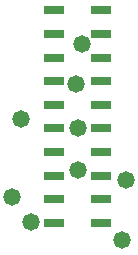
<source format=gbs>
G04*
G04 #@! TF.GenerationSoftware,Altium Limited,Altium Designer,18.1.7 (191)*
G04*
G04 Layer_Color=16711935*
%FSLAX43Y43*%
%MOMM*%
G71*
G01*
G75*
%ADD18C,1.473*%
%ADD21R,1.727X0.711*%
D18*
X35445Y26289D02*
D03*
X31750Y35750D02*
D03*
X26924Y36576D02*
D03*
X26162Y29972D02*
D03*
X35814Y31369D02*
D03*
X31750Y32258D02*
D03*
X27813Y27825D02*
D03*
X31623Y39497D02*
D03*
X32131Y42926D02*
D03*
D21*
X33718Y27750D02*
D03*
Y29750D02*
D03*
Y31750D02*
D03*
Y33750D02*
D03*
Y35750D02*
D03*
Y37750D02*
D03*
Y39750D02*
D03*
Y41750D02*
D03*
Y43750D02*
D03*
Y45750D02*
D03*
X29718Y27750D02*
D03*
Y29750D02*
D03*
Y31750D02*
D03*
Y33750D02*
D03*
Y35750D02*
D03*
Y37750D02*
D03*
Y39750D02*
D03*
Y41750D02*
D03*
Y43750D02*
D03*
Y45750D02*
D03*
M02*

</source>
